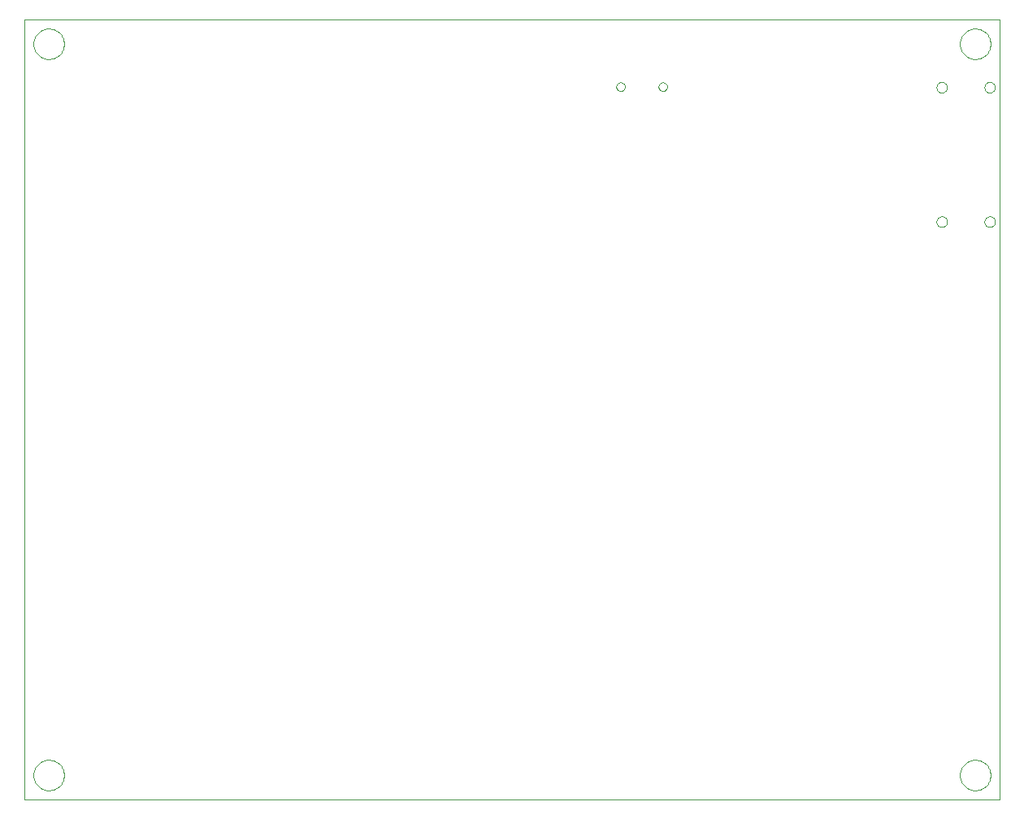
<source format=gbo>
G75*
G70*
%OFA0B0*%
%FSLAX24Y24*%
%IPPOS*%
%LPD*%
%AMOC8*
5,1,8,0,0,1.08239X$1,22.5*
%
%ADD10C,0.0000*%
D10*
X000150Y001990D02*
X000150Y033990D01*
X040150Y033990D01*
X040150Y001990D01*
X000150Y001990D01*
X000525Y002990D02*
X000527Y003040D01*
X000533Y003089D01*
X000543Y003138D01*
X000556Y003185D01*
X000574Y003232D01*
X000595Y003277D01*
X000619Y003320D01*
X000647Y003361D01*
X000678Y003400D01*
X000712Y003436D01*
X000749Y003470D01*
X000789Y003500D01*
X000830Y003527D01*
X000874Y003551D01*
X000919Y003571D01*
X000966Y003587D01*
X001014Y003600D01*
X001063Y003609D01*
X001113Y003614D01*
X001162Y003615D01*
X001212Y003612D01*
X001261Y003605D01*
X001310Y003594D01*
X001357Y003580D01*
X001403Y003561D01*
X001448Y003539D01*
X001491Y003514D01*
X001531Y003485D01*
X001569Y003453D01*
X001605Y003419D01*
X001638Y003381D01*
X001667Y003341D01*
X001693Y003299D01*
X001716Y003255D01*
X001735Y003209D01*
X001751Y003162D01*
X001763Y003113D01*
X001771Y003064D01*
X001775Y003015D01*
X001775Y002965D01*
X001771Y002916D01*
X001763Y002867D01*
X001751Y002818D01*
X001735Y002771D01*
X001716Y002725D01*
X001693Y002681D01*
X001667Y002639D01*
X001638Y002599D01*
X001605Y002561D01*
X001569Y002527D01*
X001531Y002495D01*
X001491Y002466D01*
X001448Y002441D01*
X001403Y002419D01*
X001357Y002400D01*
X001310Y002386D01*
X001261Y002375D01*
X001212Y002368D01*
X001162Y002365D01*
X001113Y002366D01*
X001063Y002371D01*
X001014Y002380D01*
X000966Y002393D01*
X000919Y002409D01*
X000874Y002429D01*
X000830Y002453D01*
X000789Y002480D01*
X000749Y002510D01*
X000712Y002544D01*
X000678Y002580D01*
X000647Y002619D01*
X000619Y002660D01*
X000595Y002703D01*
X000574Y002748D01*
X000556Y002795D01*
X000543Y002842D01*
X000533Y002891D01*
X000527Y002940D01*
X000525Y002990D01*
X024427Y031230D02*
X024429Y031256D01*
X024435Y031282D01*
X024445Y031307D01*
X024458Y031330D01*
X024474Y031350D01*
X024494Y031368D01*
X024516Y031383D01*
X024539Y031395D01*
X024565Y031403D01*
X024591Y031407D01*
X024617Y031407D01*
X024643Y031403D01*
X024669Y031395D01*
X024693Y031383D01*
X024714Y031368D01*
X024734Y031350D01*
X024750Y031330D01*
X024763Y031307D01*
X024773Y031282D01*
X024779Y031256D01*
X024781Y031230D01*
X024779Y031204D01*
X024773Y031178D01*
X024763Y031153D01*
X024750Y031130D01*
X024734Y031110D01*
X024714Y031092D01*
X024692Y031077D01*
X024669Y031065D01*
X024643Y031057D01*
X024617Y031053D01*
X024591Y031053D01*
X024565Y031057D01*
X024539Y031065D01*
X024515Y031077D01*
X024494Y031092D01*
X024474Y031110D01*
X024458Y031130D01*
X024445Y031153D01*
X024435Y031178D01*
X024429Y031204D01*
X024427Y031230D01*
X026159Y031230D02*
X026161Y031256D01*
X026167Y031282D01*
X026177Y031307D01*
X026190Y031330D01*
X026206Y031350D01*
X026226Y031368D01*
X026248Y031383D01*
X026271Y031395D01*
X026297Y031403D01*
X026323Y031407D01*
X026349Y031407D01*
X026375Y031403D01*
X026401Y031395D01*
X026425Y031383D01*
X026446Y031368D01*
X026466Y031350D01*
X026482Y031330D01*
X026495Y031307D01*
X026505Y031282D01*
X026511Y031256D01*
X026513Y031230D01*
X026511Y031204D01*
X026505Y031178D01*
X026495Y031153D01*
X026482Y031130D01*
X026466Y031110D01*
X026446Y031092D01*
X026424Y031077D01*
X026401Y031065D01*
X026375Y031057D01*
X026349Y031053D01*
X026323Y031053D01*
X026297Y031057D01*
X026271Y031065D01*
X026247Y031077D01*
X026226Y031092D01*
X026206Y031110D01*
X026190Y031130D01*
X026177Y031153D01*
X026167Y031178D01*
X026161Y031204D01*
X026159Y031230D01*
X037559Y031206D02*
X037561Y031235D01*
X037567Y031263D01*
X037576Y031291D01*
X037589Y031317D01*
X037606Y031340D01*
X037625Y031362D01*
X037647Y031381D01*
X037672Y031396D01*
X037698Y031409D01*
X037726Y031417D01*
X037754Y031422D01*
X037783Y031423D01*
X037812Y031420D01*
X037840Y031413D01*
X037867Y031403D01*
X037893Y031389D01*
X037916Y031372D01*
X037937Y031352D01*
X037955Y031329D01*
X037970Y031304D01*
X037981Y031277D01*
X037989Y031249D01*
X037993Y031220D01*
X037993Y031192D01*
X037989Y031163D01*
X037981Y031135D01*
X037970Y031108D01*
X037955Y031083D01*
X037937Y031060D01*
X037916Y031040D01*
X037893Y031023D01*
X037867Y031009D01*
X037840Y030999D01*
X037812Y030992D01*
X037783Y030989D01*
X037754Y030990D01*
X037726Y030995D01*
X037698Y031003D01*
X037672Y031016D01*
X037647Y031031D01*
X037625Y031050D01*
X037606Y031072D01*
X037589Y031095D01*
X037576Y031121D01*
X037567Y031149D01*
X037561Y031177D01*
X037559Y031206D01*
X039527Y031206D02*
X039529Y031235D01*
X039535Y031263D01*
X039544Y031291D01*
X039557Y031317D01*
X039574Y031340D01*
X039593Y031362D01*
X039615Y031381D01*
X039640Y031396D01*
X039666Y031409D01*
X039694Y031417D01*
X039722Y031422D01*
X039751Y031423D01*
X039780Y031420D01*
X039808Y031413D01*
X039835Y031403D01*
X039861Y031389D01*
X039884Y031372D01*
X039905Y031352D01*
X039923Y031329D01*
X039938Y031304D01*
X039949Y031277D01*
X039957Y031249D01*
X039961Y031220D01*
X039961Y031192D01*
X039957Y031163D01*
X039949Y031135D01*
X039938Y031108D01*
X039923Y031083D01*
X039905Y031060D01*
X039884Y031040D01*
X039861Y031023D01*
X039835Y031009D01*
X039808Y030999D01*
X039780Y030992D01*
X039751Y030989D01*
X039722Y030990D01*
X039694Y030995D01*
X039666Y031003D01*
X039640Y031016D01*
X039615Y031031D01*
X039593Y031050D01*
X039574Y031072D01*
X039557Y031095D01*
X039544Y031121D01*
X039535Y031149D01*
X039529Y031177D01*
X039527Y031206D01*
X038525Y032990D02*
X038527Y033040D01*
X038533Y033089D01*
X038543Y033138D01*
X038556Y033185D01*
X038574Y033232D01*
X038595Y033277D01*
X038619Y033320D01*
X038647Y033361D01*
X038678Y033400D01*
X038712Y033436D01*
X038749Y033470D01*
X038789Y033500D01*
X038830Y033527D01*
X038874Y033551D01*
X038919Y033571D01*
X038966Y033587D01*
X039014Y033600D01*
X039063Y033609D01*
X039113Y033614D01*
X039162Y033615D01*
X039212Y033612D01*
X039261Y033605D01*
X039310Y033594D01*
X039357Y033580D01*
X039403Y033561D01*
X039448Y033539D01*
X039491Y033514D01*
X039531Y033485D01*
X039569Y033453D01*
X039605Y033419D01*
X039638Y033381D01*
X039667Y033341D01*
X039693Y033299D01*
X039716Y033255D01*
X039735Y033209D01*
X039751Y033162D01*
X039763Y033113D01*
X039771Y033064D01*
X039775Y033015D01*
X039775Y032965D01*
X039771Y032916D01*
X039763Y032867D01*
X039751Y032818D01*
X039735Y032771D01*
X039716Y032725D01*
X039693Y032681D01*
X039667Y032639D01*
X039638Y032599D01*
X039605Y032561D01*
X039569Y032527D01*
X039531Y032495D01*
X039491Y032466D01*
X039448Y032441D01*
X039403Y032419D01*
X039357Y032400D01*
X039310Y032386D01*
X039261Y032375D01*
X039212Y032368D01*
X039162Y032365D01*
X039113Y032366D01*
X039063Y032371D01*
X039014Y032380D01*
X038966Y032393D01*
X038919Y032409D01*
X038874Y032429D01*
X038830Y032453D01*
X038789Y032480D01*
X038749Y032510D01*
X038712Y032544D01*
X038678Y032580D01*
X038647Y032619D01*
X038619Y032660D01*
X038595Y032703D01*
X038574Y032748D01*
X038556Y032795D01*
X038543Y032842D01*
X038533Y032891D01*
X038527Y032940D01*
X038525Y032990D01*
X037559Y025694D02*
X037561Y025723D01*
X037567Y025751D01*
X037576Y025779D01*
X037589Y025805D01*
X037606Y025828D01*
X037625Y025850D01*
X037647Y025869D01*
X037672Y025884D01*
X037698Y025897D01*
X037726Y025905D01*
X037754Y025910D01*
X037783Y025911D01*
X037812Y025908D01*
X037840Y025901D01*
X037867Y025891D01*
X037893Y025877D01*
X037916Y025860D01*
X037937Y025840D01*
X037955Y025817D01*
X037970Y025792D01*
X037981Y025765D01*
X037989Y025737D01*
X037993Y025708D01*
X037993Y025680D01*
X037989Y025651D01*
X037981Y025623D01*
X037970Y025596D01*
X037955Y025571D01*
X037937Y025548D01*
X037916Y025528D01*
X037893Y025511D01*
X037867Y025497D01*
X037840Y025487D01*
X037812Y025480D01*
X037783Y025477D01*
X037754Y025478D01*
X037726Y025483D01*
X037698Y025491D01*
X037672Y025504D01*
X037647Y025519D01*
X037625Y025538D01*
X037606Y025560D01*
X037589Y025583D01*
X037576Y025609D01*
X037567Y025637D01*
X037561Y025665D01*
X037559Y025694D01*
X039527Y025694D02*
X039529Y025723D01*
X039535Y025751D01*
X039544Y025779D01*
X039557Y025805D01*
X039574Y025828D01*
X039593Y025850D01*
X039615Y025869D01*
X039640Y025884D01*
X039666Y025897D01*
X039694Y025905D01*
X039722Y025910D01*
X039751Y025911D01*
X039780Y025908D01*
X039808Y025901D01*
X039835Y025891D01*
X039861Y025877D01*
X039884Y025860D01*
X039905Y025840D01*
X039923Y025817D01*
X039938Y025792D01*
X039949Y025765D01*
X039957Y025737D01*
X039961Y025708D01*
X039961Y025680D01*
X039957Y025651D01*
X039949Y025623D01*
X039938Y025596D01*
X039923Y025571D01*
X039905Y025548D01*
X039884Y025528D01*
X039861Y025511D01*
X039835Y025497D01*
X039808Y025487D01*
X039780Y025480D01*
X039751Y025477D01*
X039722Y025478D01*
X039694Y025483D01*
X039666Y025491D01*
X039640Y025504D01*
X039615Y025519D01*
X039593Y025538D01*
X039574Y025560D01*
X039557Y025583D01*
X039544Y025609D01*
X039535Y025637D01*
X039529Y025665D01*
X039527Y025694D01*
X038525Y002990D02*
X038527Y003040D01*
X038533Y003089D01*
X038543Y003138D01*
X038556Y003185D01*
X038574Y003232D01*
X038595Y003277D01*
X038619Y003320D01*
X038647Y003361D01*
X038678Y003400D01*
X038712Y003436D01*
X038749Y003470D01*
X038789Y003500D01*
X038830Y003527D01*
X038874Y003551D01*
X038919Y003571D01*
X038966Y003587D01*
X039014Y003600D01*
X039063Y003609D01*
X039113Y003614D01*
X039162Y003615D01*
X039212Y003612D01*
X039261Y003605D01*
X039310Y003594D01*
X039357Y003580D01*
X039403Y003561D01*
X039448Y003539D01*
X039491Y003514D01*
X039531Y003485D01*
X039569Y003453D01*
X039605Y003419D01*
X039638Y003381D01*
X039667Y003341D01*
X039693Y003299D01*
X039716Y003255D01*
X039735Y003209D01*
X039751Y003162D01*
X039763Y003113D01*
X039771Y003064D01*
X039775Y003015D01*
X039775Y002965D01*
X039771Y002916D01*
X039763Y002867D01*
X039751Y002818D01*
X039735Y002771D01*
X039716Y002725D01*
X039693Y002681D01*
X039667Y002639D01*
X039638Y002599D01*
X039605Y002561D01*
X039569Y002527D01*
X039531Y002495D01*
X039491Y002466D01*
X039448Y002441D01*
X039403Y002419D01*
X039357Y002400D01*
X039310Y002386D01*
X039261Y002375D01*
X039212Y002368D01*
X039162Y002365D01*
X039113Y002366D01*
X039063Y002371D01*
X039014Y002380D01*
X038966Y002393D01*
X038919Y002409D01*
X038874Y002429D01*
X038830Y002453D01*
X038789Y002480D01*
X038749Y002510D01*
X038712Y002544D01*
X038678Y002580D01*
X038647Y002619D01*
X038619Y002660D01*
X038595Y002703D01*
X038574Y002748D01*
X038556Y002795D01*
X038543Y002842D01*
X038533Y002891D01*
X038527Y002940D01*
X038525Y002990D01*
X000525Y032990D02*
X000527Y033040D01*
X000533Y033089D01*
X000543Y033138D01*
X000556Y033185D01*
X000574Y033232D01*
X000595Y033277D01*
X000619Y033320D01*
X000647Y033361D01*
X000678Y033400D01*
X000712Y033436D01*
X000749Y033470D01*
X000789Y033500D01*
X000830Y033527D01*
X000874Y033551D01*
X000919Y033571D01*
X000966Y033587D01*
X001014Y033600D01*
X001063Y033609D01*
X001113Y033614D01*
X001162Y033615D01*
X001212Y033612D01*
X001261Y033605D01*
X001310Y033594D01*
X001357Y033580D01*
X001403Y033561D01*
X001448Y033539D01*
X001491Y033514D01*
X001531Y033485D01*
X001569Y033453D01*
X001605Y033419D01*
X001638Y033381D01*
X001667Y033341D01*
X001693Y033299D01*
X001716Y033255D01*
X001735Y033209D01*
X001751Y033162D01*
X001763Y033113D01*
X001771Y033064D01*
X001775Y033015D01*
X001775Y032965D01*
X001771Y032916D01*
X001763Y032867D01*
X001751Y032818D01*
X001735Y032771D01*
X001716Y032725D01*
X001693Y032681D01*
X001667Y032639D01*
X001638Y032599D01*
X001605Y032561D01*
X001569Y032527D01*
X001531Y032495D01*
X001491Y032466D01*
X001448Y032441D01*
X001403Y032419D01*
X001357Y032400D01*
X001310Y032386D01*
X001261Y032375D01*
X001212Y032368D01*
X001162Y032365D01*
X001113Y032366D01*
X001063Y032371D01*
X001014Y032380D01*
X000966Y032393D01*
X000919Y032409D01*
X000874Y032429D01*
X000830Y032453D01*
X000789Y032480D01*
X000749Y032510D01*
X000712Y032544D01*
X000678Y032580D01*
X000647Y032619D01*
X000619Y032660D01*
X000595Y032703D01*
X000574Y032748D01*
X000556Y032795D01*
X000543Y032842D01*
X000533Y032891D01*
X000527Y032940D01*
X000525Y032990D01*
M02*

</source>
